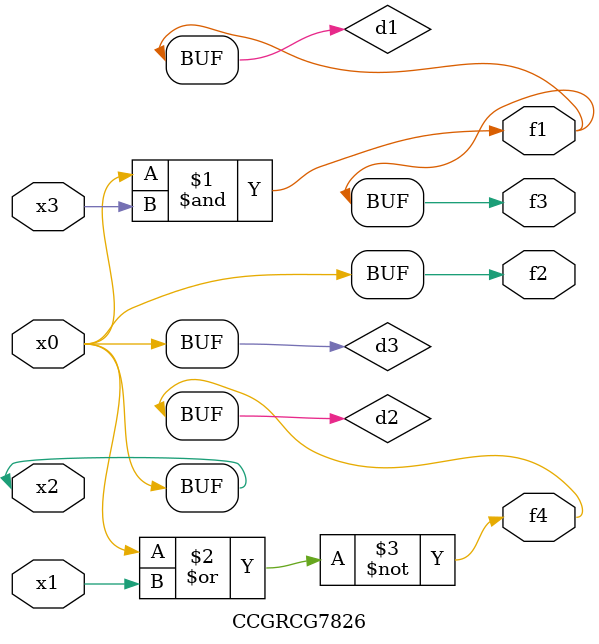
<source format=v>
module CCGRCG7826(
	input x0, x1, x2, x3,
	output f1, f2, f3, f4
);

	wire d1, d2, d3;

	and (d1, x2, x3);
	nor (d2, x0, x1);
	buf (d3, x0, x2);
	assign f1 = d1;
	assign f2 = d3;
	assign f3 = d1;
	assign f4 = d2;
endmodule

</source>
